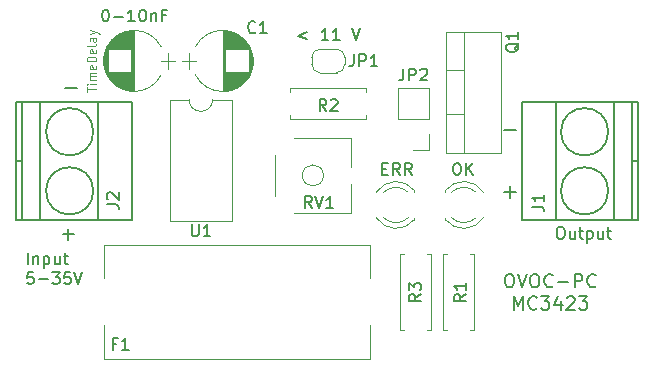
<source format=gbr>
G04 #@! TF.GenerationSoftware,KiCad,Pcbnew,(5.1.10)-1*
G04 #@! TF.CreationDate,2021-06-01T12:55:43+02:00*
G04 #@! TF.ProjectId,overvolt,6f766572-766f-46c7-942e-6b696361645f,rev?*
G04 #@! TF.SameCoordinates,Original*
G04 #@! TF.FileFunction,Legend,Top*
G04 #@! TF.FilePolarity,Positive*
%FSLAX46Y46*%
G04 Gerber Fmt 4.6, Leading zero omitted, Abs format (unit mm)*
G04 Created by KiCad (PCBNEW (5.1.10)-1) date 2021-06-01 12:55:43*
%MOMM*%
%LPD*%
G01*
G04 APERTURE LIST*
%ADD10C,0.200800*%
%ADD11C,0.150000*%
%ADD12C,0.120000*%
%ADD13C,0.124600*%
G04 APERTURE END LIST*
D10*
X91912609Y-135891385D02*
X92887390Y-135891385D01*
X92400000Y-136378776D02*
X92400000Y-135403995D01*
X129631166Y-139237183D02*
X129845833Y-139237183D01*
X129953166Y-139290850D01*
X130060500Y-139398183D01*
X130114166Y-139612850D01*
X130114166Y-139988516D01*
X130060500Y-140203183D01*
X129953166Y-140310516D01*
X129845833Y-140364183D01*
X129631166Y-140364183D01*
X129523833Y-140310516D01*
X129416500Y-140203183D01*
X129362833Y-139988516D01*
X129362833Y-139612850D01*
X129416500Y-139398183D01*
X129523833Y-139290850D01*
X129631166Y-139237183D01*
X130436166Y-139237183D02*
X130811833Y-140364183D01*
X131187500Y-139237183D01*
X131777833Y-139237183D02*
X131992500Y-139237183D01*
X132099833Y-139290850D01*
X132207166Y-139398183D01*
X132260833Y-139612850D01*
X132260833Y-139988516D01*
X132207166Y-140203183D01*
X132099833Y-140310516D01*
X131992500Y-140364183D01*
X131777833Y-140364183D01*
X131670500Y-140310516D01*
X131563166Y-140203183D01*
X131509500Y-139988516D01*
X131509500Y-139612850D01*
X131563166Y-139398183D01*
X131670500Y-139290850D01*
X131777833Y-139237183D01*
X133387833Y-140256850D02*
X133334166Y-140310516D01*
X133173166Y-140364183D01*
X133065833Y-140364183D01*
X132904833Y-140310516D01*
X132797500Y-140203183D01*
X132743833Y-140095850D01*
X132690166Y-139881183D01*
X132690166Y-139720183D01*
X132743833Y-139505516D01*
X132797500Y-139398183D01*
X132904833Y-139290850D01*
X133065833Y-139237183D01*
X133173166Y-139237183D01*
X133334166Y-139290850D01*
X133387833Y-139344516D01*
X133870833Y-139934850D02*
X134729500Y-139934850D01*
X135266166Y-140364183D02*
X135266166Y-139237183D01*
X135695500Y-139237183D01*
X135802833Y-139290850D01*
X135856500Y-139344516D01*
X135910166Y-139451850D01*
X135910166Y-139612850D01*
X135856500Y-139720183D01*
X135802833Y-139773850D01*
X135695500Y-139827516D01*
X135266166Y-139827516D01*
X137037166Y-140256850D02*
X136983500Y-140310516D01*
X136822500Y-140364183D01*
X136715166Y-140364183D01*
X136554166Y-140310516D01*
X136446833Y-140203183D01*
X136393166Y-140095850D01*
X136339500Y-139881183D01*
X136339500Y-139720183D01*
X136393166Y-139505516D01*
X136446833Y-139398183D01*
X136554166Y-139290850D01*
X136715166Y-139237183D01*
X136822500Y-139237183D01*
X136983500Y-139290850D01*
X137037166Y-139344516D01*
X130114166Y-142255483D02*
X130114166Y-141128483D01*
X130489833Y-141933483D01*
X130865500Y-141128483D01*
X130865500Y-142255483D01*
X132046166Y-142148150D02*
X131992500Y-142201816D01*
X131831500Y-142255483D01*
X131724166Y-142255483D01*
X131563166Y-142201816D01*
X131455833Y-142094483D01*
X131402166Y-141987150D01*
X131348500Y-141772483D01*
X131348500Y-141611483D01*
X131402166Y-141396816D01*
X131455833Y-141289483D01*
X131563166Y-141182150D01*
X131724166Y-141128483D01*
X131831500Y-141128483D01*
X131992500Y-141182150D01*
X132046166Y-141235816D01*
X132421833Y-141128483D02*
X133119500Y-141128483D01*
X132743833Y-141557816D01*
X132904833Y-141557816D01*
X133012166Y-141611483D01*
X133065833Y-141665150D01*
X133119500Y-141772483D01*
X133119500Y-142040816D01*
X133065833Y-142148150D01*
X133012166Y-142201816D01*
X132904833Y-142255483D01*
X132582833Y-142255483D01*
X132475500Y-142201816D01*
X132421833Y-142148150D01*
X134085500Y-141504150D02*
X134085500Y-142255483D01*
X133817166Y-141074816D02*
X133548833Y-141879816D01*
X134246500Y-141879816D01*
X134622166Y-141235816D02*
X134675833Y-141182150D01*
X134783166Y-141128483D01*
X135051500Y-141128483D01*
X135158833Y-141182150D01*
X135212500Y-141235816D01*
X135266166Y-141343150D01*
X135266166Y-141450483D01*
X135212500Y-141611483D01*
X134568500Y-142255483D01*
X135266166Y-142255483D01*
X135641833Y-141128483D02*
X136339500Y-141128483D01*
X135963833Y-141557816D01*
X136124833Y-141557816D01*
X136232166Y-141611483D01*
X136285833Y-141665150D01*
X136339500Y-141772483D01*
X136339500Y-142040816D01*
X136285833Y-142148150D01*
X136232166Y-142201816D01*
X136124833Y-142255483D01*
X135802833Y-142255483D01*
X135695500Y-142201816D01*
X135641833Y-142148150D01*
X92112609Y-123490714D02*
X93087390Y-123490714D01*
X129312609Y-132291385D02*
X130287390Y-132291385D01*
X129800000Y-132778776D02*
X129800000Y-131803995D01*
X129312609Y-127091385D02*
X130287390Y-127091385D01*
D11*
X125204761Y-129852380D02*
X125395238Y-129852380D01*
X125490476Y-129900000D01*
X125585714Y-129995238D01*
X125633333Y-130185714D01*
X125633333Y-130519047D01*
X125585714Y-130709523D01*
X125490476Y-130804761D01*
X125395238Y-130852380D01*
X125204761Y-130852380D01*
X125109523Y-130804761D01*
X125014285Y-130709523D01*
X124966666Y-130519047D01*
X124966666Y-130185714D01*
X125014285Y-129995238D01*
X125109523Y-129900000D01*
X125204761Y-129852380D01*
X126061904Y-130852380D02*
X126061904Y-129852380D01*
X126633333Y-130852380D02*
X126204761Y-130280952D01*
X126633333Y-129852380D02*
X126061904Y-130423809D01*
X118985714Y-130328571D02*
X119319047Y-130328571D01*
X119461904Y-130852380D02*
X118985714Y-130852380D01*
X118985714Y-129852380D01*
X119461904Y-129852380D01*
X120461904Y-130852380D02*
X120128571Y-130376190D01*
X119890476Y-130852380D02*
X119890476Y-129852380D01*
X120271428Y-129852380D01*
X120366666Y-129900000D01*
X120414285Y-129947619D01*
X120461904Y-130042857D01*
X120461904Y-130185714D01*
X120414285Y-130280952D01*
X120366666Y-130328571D01*
X120271428Y-130376190D01*
X119890476Y-130376190D01*
X121461904Y-130852380D02*
X121128571Y-130376190D01*
X120890476Y-130852380D02*
X120890476Y-129852380D01*
X121271428Y-129852380D01*
X121366666Y-129900000D01*
X121414285Y-129947619D01*
X121461904Y-130042857D01*
X121461904Y-130185714D01*
X121414285Y-130280952D01*
X121366666Y-130328571D01*
X121271428Y-130376190D01*
X120890476Y-130376190D01*
X133976190Y-135252380D02*
X134166666Y-135252380D01*
X134261904Y-135300000D01*
X134357142Y-135395238D01*
X134404761Y-135585714D01*
X134404761Y-135919047D01*
X134357142Y-136109523D01*
X134261904Y-136204761D01*
X134166666Y-136252380D01*
X133976190Y-136252380D01*
X133880952Y-136204761D01*
X133785714Y-136109523D01*
X133738095Y-135919047D01*
X133738095Y-135585714D01*
X133785714Y-135395238D01*
X133880952Y-135300000D01*
X133976190Y-135252380D01*
X135261904Y-135585714D02*
X135261904Y-136252380D01*
X134833333Y-135585714D02*
X134833333Y-136109523D01*
X134880952Y-136204761D01*
X134976190Y-136252380D01*
X135119047Y-136252380D01*
X135214285Y-136204761D01*
X135261904Y-136157142D01*
X135595238Y-135585714D02*
X135976190Y-135585714D01*
X135738095Y-135252380D02*
X135738095Y-136109523D01*
X135785714Y-136204761D01*
X135880952Y-136252380D01*
X135976190Y-136252380D01*
X136309523Y-135585714D02*
X136309523Y-136585714D01*
X136309523Y-135633333D02*
X136404761Y-135585714D01*
X136595238Y-135585714D01*
X136690476Y-135633333D01*
X136738095Y-135680952D01*
X136785714Y-135776190D01*
X136785714Y-136061904D01*
X136738095Y-136157142D01*
X136690476Y-136204761D01*
X136595238Y-136252380D01*
X136404761Y-136252380D01*
X136309523Y-136204761D01*
X137642857Y-135585714D02*
X137642857Y-136252380D01*
X137214285Y-135585714D02*
X137214285Y-136109523D01*
X137261904Y-136204761D01*
X137357142Y-136252380D01*
X137500000Y-136252380D01*
X137595238Y-136204761D01*
X137642857Y-136157142D01*
X137976190Y-135585714D02*
X138357142Y-135585714D01*
X138119047Y-135252380D02*
X138119047Y-136109523D01*
X138166666Y-136204761D01*
X138261904Y-136252380D01*
X138357142Y-136252380D01*
X88935595Y-138427380D02*
X88935595Y-137427380D01*
X89411785Y-137760714D02*
X89411785Y-138427380D01*
X89411785Y-137855952D02*
X89459404Y-137808333D01*
X89554642Y-137760714D01*
X89697500Y-137760714D01*
X89792738Y-137808333D01*
X89840357Y-137903571D01*
X89840357Y-138427380D01*
X90316547Y-137760714D02*
X90316547Y-138760714D01*
X90316547Y-137808333D02*
X90411785Y-137760714D01*
X90602261Y-137760714D01*
X90697500Y-137808333D01*
X90745119Y-137855952D01*
X90792738Y-137951190D01*
X90792738Y-138236904D01*
X90745119Y-138332142D01*
X90697500Y-138379761D01*
X90602261Y-138427380D01*
X90411785Y-138427380D01*
X90316547Y-138379761D01*
X91649880Y-137760714D02*
X91649880Y-138427380D01*
X91221309Y-137760714D02*
X91221309Y-138284523D01*
X91268928Y-138379761D01*
X91364166Y-138427380D01*
X91507023Y-138427380D01*
X91602261Y-138379761D01*
X91649880Y-138332142D01*
X91983214Y-137760714D02*
X92364166Y-137760714D01*
X92126071Y-137427380D02*
X92126071Y-138284523D01*
X92173690Y-138379761D01*
X92268928Y-138427380D01*
X92364166Y-138427380D01*
X89411785Y-139077380D02*
X88935595Y-139077380D01*
X88887976Y-139553571D01*
X88935595Y-139505952D01*
X89030833Y-139458333D01*
X89268928Y-139458333D01*
X89364166Y-139505952D01*
X89411785Y-139553571D01*
X89459404Y-139648809D01*
X89459404Y-139886904D01*
X89411785Y-139982142D01*
X89364166Y-140029761D01*
X89268928Y-140077380D01*
X89030833Y-140077380D01*
X88935595Y-140029761D01*
X88887976Y-139982142D01*
X89887976Y-139696428D02*
X90649880Y-139696428D01*
X91030833Y-139077380D02*
X91649880Y-139077380D01*
X91316547Y-139458333D01*
X91459404Y-139458333D01*
X91554642Y-139505952D01*
X91602261Y-139553571D01*
X91649880Y-139648809D01*
X91649880Y-139886904D01*
X91602261Y-139982142D01*
X91554642Y-140029761D01*
X91459404Y-140077380D01*
X91173690Y-140077380D01*
X91078452Y-140029761D01*
X91030833Y-139982142D01*
X92554642Y-139077380D02*
X92078452Y-139077380D01*
X92030833Y-139553571D01*
X92078452Y-139505952D01*
X92173690Y-139458333D01*
X92411785Y-139458333D01*
X92507023Y-139505952D01*
X92554642Y-139553571D01*
X92602261Y-139648809D01*
X92602261Y-139886904D01*
X92554642Y-139982142D01*
X92507023Y-140029761D01*
X92411785Y-140077380D01*
X92173690Y-140077380D01*
X92078452Y-140029761D01*
X92030833Y-139982142D01*
X92887976Y-139077380D02*
X93221309Y-140077380D01*
X93554642Y-139077380D01*
X112638095Y-118785714D02*
X111876190Y-119071428D01*
X112638095Y-119357142D01*
X114400000Y-119452380D02*
X113828571Y-119452380D01*
X114114285Y-119452380D02*
X114114285Y-118452380D01*
X114019047Y-118595238D01*
X113923809Y-118690476D01*
X113828571Y-118738095D01*
X115352380Y-119452380D02*
X114780952Y-119452380D01*
X115066666Y-119452380D02*
X115066666Y-118452380D01*
X114971428Y-118595238D01*
X114876190Y-118690476D01*
X114780952Y-118738095D01*
X116400000Y-118452380D02*
X116733333Y-119452380D01*
X117066666Y-118452380D01*
D12*
X121690000Y-134636000D02*
X121690000Y-134480000D01*
X121690000Y-132320000D02*
X121690000Y-132164000D01*
X118457665Y-134478608D02*
G75*
G03*
X121690000Y-134635516I1672335J1078608D01*
G01*
X118457665Y-132321392D02*
G75*
G02*
X121690000Y-132164484I1672335J-1078608D01*
G01*
X119088870Y-134479837D02*
G75*
G03*
X121170961Y-134480000I1041130J1079837D01*
G01*
X119088870Y-132320163D02*
G75*
G02*
X121170961Y-132320000I1041130J-1079837D01*
G01*
X102610000Y-124470000D02*
X100960000Y-124470000D01*
X100960000Y-124470000D02*
X100960000Y-134750000D01*
X100960000Y-134750000D02*
X106260000Y-134750000D01*
X106260000Y-134750000D02*
X106260000Y-124470000D01*
X106260000Y-124470000D02*
X104610000Y-124470000D01*
X104610000Y-124470000D02*
G75*
G02*
X102610000Y-124470000I-1000000J0D01*
G01*
X124380000Y-128980000D02*
X124380000Y-118740000D01*
X129021000Y-128980000D02*
X129021000Y-118740000D01*
X124380000Y-128980000D02*
X129021000Y-128980000D01*
X124380000Y-118740000D02*
X129021000Y-118740000D01*
X125890000Y-128980000D02*
X125890000Y-118740000D01*
X124380000Y-125710000D02*
X125890000Y-125710000D01*
X124380000Y-122009000D02*
X125890000Y-122009000D01*
X122930000Y-123530000D02*
X120270000Y-123530000D01*
X122930000Y-126130000D02*
X122930000Y-123530000D01*
X120270000Y-126130000D02*
X120270000Y-123530000D01*
X122930000Y-126130000D02*
X120270000Y-126130000D01*
X122930000Y-127400000D02*
X122930000Y-128730000D01*
X122930000Y-128730000D02*
X121600000Y-128730000D01*
X113700000Y-120200000D02*
X115100000Y-120200000D01*
X115800000Y-120900000D02*
X115800000Y-121500000D01*
X115100000Y-122200000D02*
X113700000Y-122200000D01*
X113000000Y-121500000D02*
X113000000Y-120900000D01*
X113000000Y-120900000D02*
G75*
G02*
X113700000Y-120200000I700000J0D01*
G01*
X113700000Y-122200000D02*
G75*
G02*
X113000000Y-121500000I0J700000D01*
G01*
X115800000Y-121500000D02*
G75*
G02*
X115100000Y-122200000I-700000J0D01*
G01*
X115100000Y-120200000D02*
G75*
G02*
X115800000Y-120900000I0J-700000D01*
G01*
X97950000Y-123750000D02*
X97950000Y-118650000D01*
X97910000Y-123750000D02*
X97910000Y-118650000D01*
X97870000Y-123749000D02*
X97870000Y-118651000D01*
X97830000Y-123748000D02*
X97830000Y-118652000D01*
X97790000Y-123746000D02*
X97790000Y-118654000D01*
X97750000Y-123743000D02*
X97750000Y-118657000D01*
X97710000Y-123739000D02*
X97710000Y-118661000D01*
X97670000Y-123735000D02*
X97670000Y-122180000D01*
X97670000Y-120220000D02*
X97670000Y-118665000D01*
X97630000Y-123731000D02*
X97630000Y-122180000D01*
X97630000Y-120220000D02*
X97630000Y-118669000D01*
X97590000Y-123725000D02*
X97590000Y-122180000D01*
X97590000Y-120220000D02*
X97590000Y-118675000D01*
X97550000Y-123719000D02*
X97550000Y-122180000D01*
X97550000Y-120220000D02*
X97550000Y-118681000D01*
X97510000Y-123713000D02*
X97510000Y-122180000D01*
X97510000Y-120220000D02*
X97510000Y-118687000D01*
X97470000Y-123706000D02*
X97470000Y-122180000D01*
X97470000Y-120220000D02*
X97470000Y-118694000D01*
X97430000Y-123698000D02*
X97430000Y-122180000D01*
X97430000Y-120220000D02*
X97430000Y-118702000D01*
X97390000Y-123689000D02*
X97390000Y-122180000D01*
X97390000Y-120220000D02*
X97390000Y-118711000D01*
X97350000Y-123680000D02*
X97350000Y-122180000D01*
X97350000Y-120220000D02*
X97350000Y-118720000D01*
X97310000Y-123670000D02*
X97310000Y-122180000D01*
X97310000Y-120220000D02*
X97310000Y-118730000D01*
X97270000Y-123660000D02*
X97270000Y-122180000D01*
X97270000Y-120220000D02*
X97270000Y-118740000D01*
X97229000Y-123648000D02*
X97229000Y-122180000D01*
X97229000Y-120220000D02*
X97229000Y-118752000D01*
X97189000Y-123636000D02*
X97189000Y-122180000D01*
X97189000Y-120220000D02*
X97189000Y-118764000D01*
X97149000Y-123624000D02*
X97149000Y-122180000D01*
X97149000Y-120220000D02*
X97149000Y-118776000D01*
X97109000Y-123610000D02*
X97109000Y-122180000D01*
X97109000Y-120220000D02*
X97109000Y-118790000D01*
X97069000Y-123596000D02*
X97069000Y-122180000D01*
X97069000Y-120220000D02*
X97069000Y-118804000D01*
X97029000Y-123582000D02*
X97029000Y-122180000D01*
X97029000Y-120220000D02*
X97029000Y-118818000D01*
X96989000Y-123566000D02*
X96989000Y-122180000D01*
X96989000Y-120220000D02*
X96989000Y-118834000D01*
X96949000Y-123550000D02*
X96949000Y-122180000D01*
X96949000Y-120220000D02*
X96949000Y-118850000D01*
X96909000Y-123533000D02*
X96909000Y-122180000D01*
X96909000Y-120220000D02*
X96909000Y-118867000D01*
X96869000Y-123515000D02*
X96869000Y-122180000D01*
X96869000Y-120220000D02*
X96869000Y-118885000D01*
X96829000Y-123496000D02*
X96829000Y-122180000D01*
X96829000Y-120220000D02*
X96829000Y-118904000D01*
X96789000Y-123476000D02*
X96789000Y-122180000D01*
X96789000Y-120220000D02*
X96789000Y-118924000D01*
X96749000Y-123456000D02*
X96749000Y-122180000D01*
X96749000Y-120220000D02*
X96749000Y-118944000D01*
X96709000Y-123434000D02*
X96709000Y-122180000D01*
X96709000Y-120220000D02*
X96709000Y-118966000D01*
X96669000Y-123412000D02*
X96669000Y-122180000D01*
X96669000Y-120220000D02*
X96669000Y-118988000D01*
X96629000Y-123389000D02*
X96629000Y-122180000D01*
X96629000Y-120220000D02*
X96629000Y-119011000D01*
X96589000Y-123365000D02*
X96589000Y-122180000D01*
X96589000Y-120220000D02*
X96589000Y-119035000D01*
X96549000Y-123340000D02*
X96549000Y-122180000D01*
X96549000Y-120220000D02*
X96549000Y-119060000D01*
X96509000Y-123313000D02*
X96509000Y-122180000D01*
X96509000Y-120220000D02*
X96509000Y-119087000D01*
X96469000Y-123286000D02*
X96469000Y-122180000D01*
X96469000Y-120220000D02*
X96469000Y-119114000D01*
X96429000Y-123258000D02*
X96429000Y-122180000D01*
X96429000Y-120220000D02*
X96429000Y-119142000D01*
X96389000Y-123228000D02*
X96389000Y-122180000D01*
X96389000Y-120220000D02*
X96389000Y-119172000D01*
X96349000Y-123197000D02*
X96349000Y-122180000D01*
X96349000Y-120220000D02*
X96349000Y-119203000D01*
X96309000Y-123165000D02*
X96309000Y-122180000D01*
X96309000Y-120220000D02*
X96309000Y-119235000D01*
X96269000Y-123132000D02*
X96269000Y-122180000D01*
X96269000Y-120220000D02*
X96269000Y-119268000D01*
X96229000Y-123097000D02*
X96229000Y-122180000D01*
X96229000Y-120220000D02*
X96229000Y-119303000D01*
X96189000Y-123061000D02*
X96189000Y-122180000D01*
X96189000Y-120220000D02*
X96189000Y-119339000D01*
X96149000Y-123023000D02*
X96149000Y-122180000D01*
X96149000Y-120220000D02*
X96149000Y-119377000D01*
X96109000Y-122983000D02*
X96109000Y-122180000D01*
X96109000Y-120220000D02*
X96109000Y-119417000D01*
X96069000Y-122942000D02*
X96069000Y-122180000D01*
X96069000Y-120220000D02*
X96069000Y-119458000D01*
X96029000Y-122899000D02*
X96029000Y-122180000D01*
X96029000Y-120220000D02*
X96029000Y-119501000D01*
X95989000Y-122854000D02*
X95989000Y-122180000D01*
X95989000Y-120220000D02*
X95989000Y-119546000D01*
X95949000Y-122806000D02*
X95949000Y-122180000D01*
X95949000Y-120220000D02*
X95949000Y-119594000D01*
X95909000Y-122756000D02*
X95909000Y-122180000D01*
X95909000Y-120220000D02*
X95909000Y-119644000D01*
X95869000Y-122704000D02*
X95869000Y-122180000D01*
X95869000Y-120220000D02*
X95869000Y-119696000D01*
X95829000Y-122648000D02*
X95829000Y-122180000D01*
X95829000Y-120220000D02*
X95829000Y-119752000D01*
X95789000Y-122590000D02*
X95789000Y-122180000D01*
X95789000Y-120220000D02*
X95789000Y-119810000D01*
X95749000Y-122527000D02*
X95749000Y-122180000D01*
X95749000Y-120220000D02*
X95749000Y-119873000D01*
X95709000Y-122461000D02*
X95709000Y-119939000D01*
X95669000Y-122389000D02*
X95669000Y-120011000D01*
X95629000Y-122312000D02*
X95629000Y-120088000D01*
X95589000Y-122228000D02*
X95589000Y-120172000D01*
X95549000Y-122134000D02*
X95549000Y-120266000D01*
X95509000Y-122029000D02*
X95509000Y-120371000D01*
X95469000Y-121907000D02*
X95469000Y-120493000D01*
X95429000Y-121759000D02*
X95429000Y-120641000D01*
X95389000Y-121554000D02*
X95389000Y-120846000D01*
X101400000Y-121200000D02*
X100200000Y-121200000D01*
X100800000Y-121850000D02*
X100800000Y-120550000D01*
X95644278Y-122379723D02*
G75*
G03*
X100255580Y-122380000I2305722J1179723D01*
G01*
X95644278Y-120020277D02*
G75*
G02*
X100255580Y-120020000I2305722J-1179723D01*
G01*
X95644278Y-120020277D02*
G75*
G03*
X95644420Y-122380000I2305722J-1179723D01*
G01*
X114000000Y-130900000D02*
G75*
G03*
X114000000Y-130900000I-900000J0D01*
G01*
X111473000Y-127690000D02*
X116310000Y-127690000D01*
X111473000Y-134110000D02*
X116310000Y-134110000D01*
X109890000Y-129158000D02*
X109890000Y-132643000D01*
X116310000Y-127690000D02*
X116310000Y-130143000D01*
X116310000Y-131658000D02*
X116310000Y-134110000D01*
X120820000Y-144000000D02*
X120490000Y-144000000D01*
X120490000Y-144000000D02*
X120490000Y-137580000D01*
X120490000Y-137580000D02*
X120820000Y-137580000D01*
X122780000Y-144000000D02*
X123110000Y-144000000D01*
X123110000Y-144000000D02*
X123110000Y-137580000D01*
X123110000Y-137580000D02*
X122780000Y-137580000D01*
X117600000Y-125780000D02*
X117600000Y-126110000D01*
X117600000Y-126110000D02*
X111180000Y-126110000D01*
X111180000Y-126110000D02*
X111180000Y-125780000D01*
X117600000Y-123820000D02*
X117600000Y-123490000D01*
X117600000Y-123490000D02*
X111180000Y-123490000D01*
X111180000Y-123490000D02*
X111180000Y-123820000D01*
X124420000Y-144000000D02*
X124090000Y-144000000D01*
X124090000Y-144000000D02*
X124090000Y-137580000D01*
X124090000Y-137580000D02*
X124420000Y-137580000D01*
X126380000Y-144000000D02*
X126710000Y-144000000D01*
X126710000Y-144000000D02*
X126710000Y-137580000D01*
X126710000Y-137580000D02*
X126380000Y-137580000D01*
D11*
X88500000Y-129700000D02*
X88000000Y-129700000D01*
X90000000Y-124700000D02*
X90000000Y-134700000D01*
X94900000Y-124700000D02*
X94900000Y-134700000D01*
X88500000Y-124700000D02*
X88500000Y-134700000D01*
X88000000Y-124700000D02*
X88000000Y-134700000D01*
X88000000Y-134700000D02*
X97800000Y-134700000D01*
X97800000Y-134700000D02*
X97800000Y-124700000D01*
X97800000Y-124700000D02*
X88000000Y-124700000D01*
X94500000Y-132200000D02*
G75*
G03*
X94500000Y-132200000I-2000000J0D01*
G01*
X94500000Y-127200000D02*
G75*
G03*
X94500000Y-127200000I-2000000J0D01*
G01*
X140100000Y-129700000D02*
X140600000Y-129700000D01*
X138600000Y-134700000D02*
X138600000Y-124700000D01*
X133700000Y-134700000D02*
X133700000Y-124700000D01*
X140100000Y-134700000D02*
X140100000Y-124700000D01*
X140600000Y-134700000D02*
X140600000Y-124700000D01*
X140600000Y-124700000D02*
X130800000Y-124700000D01*
X130800000Y-124700000D02*
X130800000Y-134700000D01*
X130800000Y-134700000D02*
X140600000Y-134700000D01*
X138100000Y-127200000D02*
G75*
G03*
X138100000Y-127200000I-2000000J0D01*
G01*
X138100000Y-132200000D02*
G75*
G03*
X138100000Y-132200000I-2000000J0D01*
G01*
D12*
X117900000Y-146400000D02*
X117900000Y-143600000D01*
X117900000Y-139600000D02*
X117900000Y-136800000D01*
X95400000Y-139600000D02*
X95400000Y-136800000D01*
X95400000Y-136800000D02*
X117900000Y-136800000D01*
X95400000Y-146400000D02*
X117900000Y-146400000D01*
X95400000Y-146400000D02*
X95400000Y-143600000D01*
X124310000Y-132164000D02*
X124310000Y-132320000D01*
X124310000Y-134480000D02*
X124310000Y-134636000D01*
X127542335Y-132321392D02*
G75*
G03*
X124310000Y-132164484I-1672335J-1078608D01*
G01*
X127542335Y-134478608D02*
G75*
G02*
X124310000Y-134635516I-1672335J1078608D01*
G01*
X126911130Y-132320163D02*
G75*
G03*
X124829039Y-132320000I-1041130J-1079837D01*
G01*
X126911130Y-134479837D02*
G75*
G02*
X124829039Y-134480000I-1041130J1079837D01*
G01*
X105450000Y-118650000D02*
X105450000Y-123750000D01*
X105490000Y-118650000D02*
X105490000Y-123750000D01*
X105530000Y-118651000D02*
X105530000Y-123749000D01*
X105570000Y-118652000D02*
X105570000Y-123748000D01*
X105610000Y-118654000D02*
X105610000Y-123746000D01*
X105650000Y-118657000D02*
X105650000Y-123743000D01*
X105690000Y-118661000D02*
X105690000Y-123739000D01*
X105730000Y-118665000D02*
X105730000Y-120220000D01*
X105730000Y-122180000D02*
X105730000Y-123735000D01*
X105770000Y-118669000D02*
X105770000Y-120220000D01*
X105770000Y-122180000D02*
X105770000Y-123731000D01*
X105810000Y-118675000D02*
X105810000Y-120220000D01*
X105810000Y-122180000D02*
X105810000Y-123725000D01*
X105850000Y-118681000D02*
X105850000Y-120220000D01*
X105850000Y-122180000D02*
X105850000Y-123719000D01*
X105890000Y-118687000D02*
X105890000Y-120220000D01*
X105890000Y-122180000D02*
X105890000Y-123713000D01*
X105930000Y-118694000D02*
X105930000Y-120220000D01*
X105930000Y-122180000D02*
X105930000Y-123706000D01*
X105970000Y-118702000D02*
X105970000Y-120220000D01*
X105970000Y-122180000D02*
X105970000Y-123698000D01*
X106010000Y-118711000D02*
X106010000Y-120220000D01*
X106010000Y-122180000D02*
X106010000Y-123689000D01*
X106050000Y-118720000D02*
X106050000Y-120220000D01*
X106050000Y-122180000D02*
X106050000Y-123680000D01*
X106090000Y-118730000D02*
X106090000Y-120220000D01*
X106090000Y-122180000D02*
X106090000Y-123670000D01*
X106130000Y-118740000D02*
X106130000Y-120220000D01*
X106130000Y-122180000D02*
X106130000Y-123660000D01*
X106171000Y-118752000D02*
X106171000Y-120220000D01*
X106171000Y-122180000D02*
X106171000Y-123648000D01*
X106211000Y-118764000D02*
X106211000Y-120220000D01*
X106211000Y-122180000D02*
X106211000Y-123636000D01*
X106251000Y-118776000D02*
X106251000Y-120220000D01*
X106251000Y-122180000D02*
X106251000Y-123624000D01*
X106291000Y-118790000D02*
X106291000Y-120220000D01*
X106291000Y-122180000D02*
X106291000Y-123610000D01*
X106331000Y-118804000D02*
X106331000Y-120220000D01*
X106331000Y-122180000D02*
X106331000Y-123596000D01*
X106371000Y-118818000D02*
X106371000Y-120220000D01*
X106371000Y-122180000D02*
X106371000Y-123582000D01*
X106411000Y-118834000D02*
X106411000Y-120220000D01*
X106411000Y-122180000D02*
X106411000Y-123566000D01*
X106451000Y-118850000D02*
X106451000Y-120220000D01*
X106451000Y-122180000D02*
X106451000Y-123550000D01*
X106491000Y-118867000D02*
X106491000Y-120220000D01*
X106491000Y-122180000D02*
X106491000Y-123533000D01*
X106531000Y-118885000D02*
X106531000Y-120220000D01*
X106531000Y-122180000D02*
X106531000Y-123515000D01*
X106571000Y-118904000D02*
X106571000Y-120220000D01*
X106571000Y-122180000D02*
X106571000Y-123496000D01*
X106611000Y-118924000D02*
X106611000Y-120220000D01*
X106611000Y-122180000D02*
X106611000Y-123476000D01*
X106651000Y-118944000D02*
X106651000Y-120220000D01*
X106651000Y-122180000D02*
X106651000Y-123456000D01*
X106691000Y-118966000D02*
X106691000Y-120220000D01*
X106691000Y-122180000D02*
X106691000Y-123434000D01*
X106731000Y-118988000D02*
X106731000Y-120220000D01*
X106731000Y-122180000D02*
X106731000Y-123412000D01*
X106771000Y-119011000D02*
X106771000Y-120220000D01*
X106771000Y-122180000D02*
X106771000Y-123389000D01*
X106811000Y-119035000D02*
X106811000Y-120220000D01*
X106811000Y-122180000D02*
X106811000Y-123365000D01*
X106851000Y-119060000D02*
X106851000Y-120220000D01*
X106851000Y-122180000D02*
X106851000Y-123340000D01*
X106891000Y-119087000D02*
X106891000Y-120220000D01*
X106891000Y-122180000D02*
X106891000Y-123313000D01*
X106931000Y-119114000D02*
X106931000Y-120220000D01*
X106931000Y-122180000D02*
X106931000Y-123286000D01*
X106971000Y-119142000D02*
X106971000Y-120220000D01*
X106971000Y-122180000D02*
X106971000Y-123258000D01*
X107011000Y-119172000D02*
X107011000Y-120220000D01*
X107011000Y-122180000D02*
X107011000Y-123228000D01*
X107051000Y-119203000D02*
X107051000Y-120220000D01*
X107051000Y-122180000D02*
X107051000Y-123197000D01*
X107091000Y-119235000D02*
X107091000Y-120220000D01*
X107091000Y-122180000D02*
X107091000Y-123165000D01*
X107131000Y-119268000D02*
X107131000Y-120220000D01*
X107131000Y-122180000D02*
X107131000Y-123132000D01*
X107171000Y-119303000D02*
X107171000Y-120220000D01*
X107171000Y-122180000D02*
X107171000Y-123097000D01*
X107211000Y-119339000D02*
X107211000Y-120220000D01*
X107211000Y-122180000D02*
X107211000Y-123061000D01*
X107251000Y-119377000D02*
X107251000Y-120220000D01*
X107251000Y-122180000D02*
X107251000Y-123023000D01*
X107291000Y-119417000D02*
X107291000Y-120220000D01*
X107291000Y-122180000D02*
X107291000Y-122983000D01*
X107331000Y-119458000D02*
X107331000Y-120220000D01*
X107331000Y-122180000D02*
X107331000Y-122942000D01*
X107371000Y-119501000D02*
X107371000Y-120220000D01*
X107371000Y-122180000D02*
X107371000Y-122899000D01*
X107411000Y-119546000D02*
X107411000Y-120220000D01*
X107411000Y-122180000D02*
X107411000Y-122854000D01*
X107451000Y-119594000D02*
X107451000Y-120220000D01*
X107451000Y-122180000D02*
X107451000Y-122806000D01*
X107491000Y-119644000D02*
X107491000Y-120220000D01*
X107491000Y-122180000D02*
X107491000Y-122756000D01*
X107531000Y-119696000D02*
X107531000Y-120220000D01*
X107531000Y-122180000D02*
X107531000Y-122704000D01*
X107571000Y-119752000D02*
X107571000Y-120220000D01*
X107571000Y-122180000D02*
X107571000Y-122648000D01*
X107611000Y-119810000D02*
X107611000Y-120220000D01*
X107611000Y-122180000D02*
X107611000Y-122590000D01*
X107651000Y-119873000D02*
X107651000Y-120220000D01*
X107651000Y-122180000D02*
X107651000Y-122527000D01*
X107691000Y-119939000D02*
X107691000Y-122461000D01*
X107731000Y-120011000D02*
X107731000Y-122389000D01*
X107771000Y-120088000D02*
X107771000Y-122312000D01*
X107811000Y-120172000D02*
X107811000Y-122228000D01*
X107851000Y-120266000D02*
X107851000Y-122134000D01*
X107891000Y-120371000D02*
X107891000Y-122029000D01*
X107931000Y-120493000D02*
X107931000Y-121907000D01*
X107971000Y-120641000D02*
X107971000Y-121759000D01*
X108011000Y-120846000D02*
X108011000Y-121554000D01*
X102000000Y-121200000D02*
X103200000Y-121200000D01*
X102600000Y-120550000D02*
X102600000Y-121850000D01*
X107755722Y-120020277D02*
G75*
G03*
X103144420Y-120020000I-2305722J-1179723D01*
G01*
X107755722Y-122379723D02*
G75*
G02*
X103144420Y-122380000I-2305722J1179723D01*
G01*
X107755722Y-122379723D02*
G75*
G03*
X107755580Y-120020000I-2305722J1179723D01*
G01*
D11*
X102848095Y-135052380D02*
X102848095Y-135861904D01*
X102895714Y-135957142D01*
X102943333Y-136004761D01*
X103038571Y-136052380D01*
X103229047Y-136052380D01*
X103324285Y-136004761D01*
X103371904Y-135957142D01*
X103419523Y-135861904D01*
X103419523Y-135052380D01*
X104419523Y-136052380D02*
X103848095Y-136052380D01*
X104133809Y-136052380D02*
X104133809Y-135052380D01*
X104038571Y-135195238D01*
X103943333Y-135290476D01*
X103848095Y-135338095D01*
X130547619Y-119695238D02*
X130500000Y-119790476D01*
X130404761Y-119885714D01*
X130261904Y-120028571D01*
X130214285Y-120123809D01*
X130214285Y-120219047D01*
X130452380Y-120171428D02*
X130404761Y-120266666D01*
X130309523Y-120361904D01*
X130119047Y-120409523D01*
X129785714Y-120409523D01*
X129595238Y-120361904D01*
X129500000Y-120266666D01*
X129452380Y-120171428D01*
X129452380Y-119980952D01*
X129500000Y-119885714D01*
X129595238Y-119790476D01*
X129785714Y-119742857D01*
X130119047Y-119742857D01*
X130309523Y-119790476D01*
X130404761Y-119885714D01*
X130452380Y-119980952D01*
X130452380Y-120171428D01*
X130452380Y-118790476D02*
X130452380Y-119361904D01*
X130452380Y-119076190D02*
X129452380Y-119076190D01*
X129595238Y-119171428D01*
X129690476Y-119266666D01*
X129738095Y-119361904D01*
X120766666Y-121852380D02*
X120766666Y-122566666D01*
X120719047Y-122709523D01*
X120623809Y-122804761D01*
X120480952Y-122852380D01*
X120385714Y-122852380D01*
X121242857Y-122852380D02*
X121242857Y-121852380D01*
X121623809Y-121852380D01*
X121719047Y-121900000D01*
X121766666Y-121947619D01*
X121814285Y-122042857D01*
X121814285Y-122185714D01*
X121766666Y-122280952D01*
X121719047Y-122328571D01*
X121623809Y-122376190D01*
X121242857Y-122376190D01*
X122195238Y-121947619D02*
X122242857Y-121900000D01*
X122338095Y-121852380D01*
X122576190Y-121852380D01*
X122671428Y-121900000D01*
X122719047Y-121947619D01*
X122766666Y-122042857D01*
X122766666Y-122138095D01*
X122719047Y-122280952D01*
X122147619Y-122852380D01*
X122766666Y-122852380D01*
X116566666Y-120652380D02*
X116566666Y-121366666D01*
X116519047Y-121509523D01*
X116423809Y-121604761D01*
X116280952Y-121652380D01*
X116185714Y-121652380D01*
X117042857Y-121652380D02*
X117042857Y-120652380D01*
X117423809Y-120652380D01*
X117519047Y-120700000D01*
X117566666Y-120747619D01*
X117614285Y-120842857D01*
X117614285Y-120985714D01*
X117566666Y-121080952D01*
X117519047Y-121128571D01*
X117423809Y-121176190D01*
X117042857Y-121176190D01*
X118566666Y-121652380D02*
X117995238Y-121652380D01*
X118280952Y-121652380D02*
X118280952Y-120652380D01*
X118185714Y-120795238D01*
X118090476Y-120890476D01*
X117995238Y-120938095D01*
D13*
X93949747Y-123825042D02*
X93949747Y-123413271D01*
X94771947Y-123619157D02*
X93949747Y-123619157D01*
X94771947Y-123173071D02*
X94223814Y-123173071D01*
X93949747Y-123173071D02*
X93988900Y-123207385D01*
X94028052Y-123173071D01*
X93988900Y-123138757D01*
X93949747Y-123173071D01*
X94028052Y-123173071D01*
X94771947Y-122829928D02*
X94223814Y-122829928D01*
X94302119Y-122829928D02*
X94262966Y-122795614D01*
X94223814Y-122726985D01*
X94223814Y-122624042D01*
X94262966Y-122555414D01*
X94341271Y-122521100D01*
X94771947Y-122521100D01*
X94341271Y-122521100D02*
X94262966Y-122486785D01*
X94223814Y-122418157D01*
X94223814Y-122315214D01*
X94262966Y-122246585D01*
X94341271Y-122212271D01*
X94771947Y-122212271D01*
X94732795Y-121594614D02*
X94771947Y-121663242D01*
X94771947Y-121800500D01*
X94732795Y-121869128D01*
X94654490Y-121903442D01*
X94341271Y-121903442D01*
X94262966Y-121869128D01*
X94223814Y-121800500D01*
X94223814Y-121663242D01*
X94262966Y-121594614D01*
X94341271Y-121560300D01*
X94419576Y-121560300D01*
X94497880Y-121903442D01*
X94771947Y-121251471D02*
X93949747Y-121251471D01*
X93949747Y-121079900D01*
X93988900Y-120976957D01*
X94067204Y-120908328D01*
X94145509Y-120874014D01*
X94302119Y-120839700D01*
X94419576Y-120839700D01*
X94576185Y-120874014D01*
X94654490Y-120908328D01*
X94732795Y-120976957D01*
X94771947Y-121079900D01*
X94771947Y-121251471D01*
X94732795Y-120256357D02*
X94771947Y-120324985D01*
X94771947Y-120462242D01*
X94732795Y-120530871D01*
X94654490Y-120565185D01*
X94341271Y-120565185D01*
X94262966Y-120530871D01*
X94223814Y-120462242D01*
X94223814Y-120324985D01*
X94262966Y-120256357D01*
X94341271Y-120222042D01*
X94419576Y-120222042D01*
X94497880Y-120565185D01*
X94771947Y-119810271D02*
X94732795Y-119878900D01*
X94654490Y-119913214D01*
X93949747Y-119913214D01*
X94771947Y-119226928D02*
X94341271Y-119226928D01*
X94262966Y-119261242D01*
X94223814Y-119329871D01*
X94223814Y-119467128D01*
X94262966Y-119535757D01*
X94732795Y-119226928D02*
X94771947Y-119295557D01*
X94771947Y-119467128D01*
X94732795Y-119535757D01*
X94654490Y-119570071D01*
X94576185Y-119570071D01*
X94497880Y-119535757D01*
X94458728Y-119467128D01*
X94458728Y-119295557D01*
X94419576Y-119226928D01*
X94223814Y-118952414D02*
X94771947Y-118780842D01*
X94223814Y-118609271D02*
X94771947Y-118780842D01*
X94967709Y-118849471D01*
X95006861Y-118883785D01*
X95046014Y-118952414D01*
D11*
X95500000Y-116852380D02*
X95595238Y-116852380D01*
X95690476Y-116900000D01*
X95738095Y-116947619D01*
X95785714Y-117042857D01*
X95833333Y-117233333D01*
X95833333Y-117471428D01*
X95785714Y-117661904D01*
X95738095Y-117757142D01*
X95690476Y-117804761D01*
X95595238Y-117852380D01*
X95500000Y-117852380D01*
X95404761Y-117804761D01*
X95357142Y-117757142D01*
X95309523Y-117661904D01*
X95261904Y-117471428D01*
X95261904Y-117233333D01*
X95309523Y-117042857D01*
X95357142Y-116947619D01*
X95404761Y-116900000D01*
X95500000Y-116852380D01*
X96261904Y-117471428D02*
X97023809Y-117471428D01*
X98023809Y-117852380D02*
X97452380Y-117852380D01*
X97738095Y-117852380D02*
X97738095Y-116852380D01*
X97642857Y-116995238D01*
X97547619Y-117090476D01*
X97452380Y-117138095D01*
X98642857Y-116852380D02*
X98738095Y-116852380D01*
X98833333Y-116900000D01*
X98880952Y-116947619D01*
X98928571Y-117042857D01*
X98976190Y-117233333D01*
X98976190Y-117471428D01*
X98928571Y-117661904D01*
X98880952Y-117757142D01*
X98833333Y-117804761D01*
X98738095Y-117852380D01*
X98642857Y-117852380D01*
X98547619Y-117804761D01*
X98500000Y-117757142D01*
X98452380Y-117661904D01*
X98404761Y-117471428D01*
X98404761Y-117233333D01*
X98452380Y-117042857D01*
X98500000Y-116947619D01*
X98547619Y-116900000D01*
X98642857Y-116852380D01*
X99404761Y-117185714D02*
X99404761Y-117852380D01*
X99404761Y-117280952D02*
X99452380Y-117233333D01*
X99547619Y-117185714D01*
X99690476Y-117185714D01*
X99785714Y-117233333D01*
X99833333Y-117328571D01*
X99833333Y-117852380D01*
X100642857Y-117328571D02*
X100309523Y-117328571D01*
X100309523Y-117852380D02*
X100309523Y-116852380D01*
X100785714Y-116852380D01*
X113004761Y-133652380D02*
X112671428Y-133176190D01*
X112433333Y-133652380D02*
X112433333Y-132652380D01*
X112814285Y-132652380D01*
X112909523Y-132700000D01*
X112957142Y-132747619D01*
X113004761Y-132842857D01*
X113004761Y-132985714D01*
X112957142Y-133080952D01*
X112909523Y-133128571D01*
X112814285Y-133176190D01*
X112433333Y-133176190D01*
X113290476Y-132652380D02*
X113623809Y-133652380D01*
X113957142Y-132652380D01*
X114814285Y-133652380D02*
X114242857Y-133652380D01*
X114528571Y-133652380D02*
X114528571Y-132652380D01*
X114433333Y-132795238D01*
X114338095Y-132890476D01*
X114242857Y-132938095D01*
X122252380Y-140956666D02*
X121776190Y-141290000D01*
X122252380Y-141528095D02*
X121252380Y-141528095D01*
X121252380Y-141147142D01*
X121300000Y-141051904D01*
X121347619Y-141004285D01*
X121442857Y-140956666D01*
X121585714Y-140956666D01*
X121680952Y-141004285D01*
X121728571Y-141051904D01*
X121776190Y-141147142D01*
X121776190Y-141528095D01*
X121252380Y-140623333D02*
X121252380Y-140004285D01*
X121633333Y-140337619D01*
X121633333Y-140194761D01*
X121680952Y-140099523D01*
X121728571Y-140051904D01*
X121823809Y-140004285D01*
X122061904Y-140004285D01*
X122157142Y-140051904D01*
X122204761Y-140099523D01*
X122252380Y-140194761D01*
X122252380Y-140480476D01*
X122204761Y-140575714D01*
X122157142Y-140623333D01*
X114233333Y-125452380D02*
X113900000Y-124976190D01*
X113661904Y-125452380D02*
X113661904Y-124452380D01*
X114042857Y-124452380D01*
X114138095Y-124500000D01*
X114185714Y-124547619D01*
X114233333Y-124642857D01*
X114233333Y-124785714D01*
X114185714Y-124880952D01*
X114138095Y-124928571D01*
X114042857Y-124976190D01*
X113661904Y-124976190D01*
X114614285Y-124547619D02*
X114661904Y-124500000D01*
X114757142Y-124452380D01*
X114995238Y-124452380D01*
X115090476Y-124500000D01*
X115138095Y-124547619D01*
X115185714Y-124642857D01*
X115185714Y-124738095D01*
X115138095Y-124880952D01*
X114566666Y-125452380D01*
X115185714Y-125452380D01*
X126052380Y-140966666D02*
X125576190Y-141300000D01*
X126052380Y-141538095D02*
X125052380Y-141538095D01*
X125052380Y-141157142D01*
X125100000Y-141061904D01*
X125147619Y-141014285D01*
X125242857Y-140966666D01*
X125385714Y-140966666D01*
X125480952Y-141014285D01*
X125528571Y-141061904D01*
X125576190Y-141157142D01*
X125576190Y-141538095D01*
X126052380Y-140014285D02*
X126052380Y-140585714D01*
X126052380Y-140300000D02*
X125052380Y-140300000D01*
X125195238Y-140395238D01*
X125290476Y-140490476D01*
X125338095Y-140585714D01*
X95652380Y-133333333D02*
X96366666Y-133333333D01*
X96509523Y-133380952D01*
X96604761Y-133476190D01*
X96652380Y-133619047D01*
X96652380Y-133714285D01*
X95747619Y-132904761D02*
X95700000Y-132857142D01*
X95652380Y-132761904D01*
X95652380Y-132523809D01*
X95700000Y-132428571D01*
X95747619Y-132380952D01*
X95842857Y-132333333D01*
X95938095Y-132333333D01*
X96080952Y-132380952D01*
X96652380Y-132952380D01*
X96652380Y-132333333D01*
X131652380Y-133533333D02*
X132366666Y-133533333D01*
X132509523Y-133580952D01*
X132604761Y-133676190D01*
X132652380Y-133819047D01*
X132652380Y-133914285D01*
X132652380Y-132533333D02*
X132652380Y-133104761D01*
X132652380Y-132819047D02*
X131652380Y-132819047D01*
X131795238Y-132914285D01*
X131890476Y-133009523D01*
X131938095Y-133104761D01*
X96466666Y-145128571D02*
X96133333Y-145128571D01*
X96133333Y-145652380D02*
X96133333Y-144652380D01*
X96609523Y-144652380D01*
X97514285Y-145652380D02*
X96942857Y-145652380D01*
X97228571Y-145652380D02*
X97228571Y-144652380D01*
X97133333Y-144795238D01*
X97038095Y-144890476D01*
X96942857Y-144938095D01*
X108233333Y-118757142D02*
X108185714Y-118804761D01*
X108042857Y-118852380D01*
X107947619Y-118852380D01*
X107804761Y-118804761D01*
X107709523Y-118709523D01*
X107661904Y-118614285D01*
X107614285Y-118423809D01*
X107614285Y-118280952D01*
X107661904Y-118090476D01*
X107709523Y-117995238D01*
X107804761Y-117900000D01*
X107947619Y-117852380D01*
X108042857Y-117852380D01*
X108185714Y-117900000D01*
X108233333Y-117947619D01*
X109185714Y-118852380D02*
X108614285Y-118852380D01*
X108900000Y-118852380D02*
X108900000Y-117852380D01*
X108804761Y-117995238D01*
X108709523Y-118090476D01*
X108614285Y-118138095D01*
M02*

</source>
